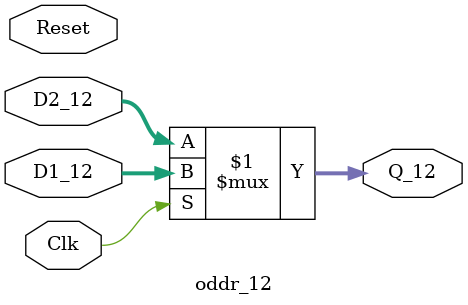
<source format=v>

 `timescale 1 ps / 1 ps
module oddr_12( 
  Clk,                          // Clock input
  Reset,                      // Reset input
  D1_12,                        
  D2_12,                        
  Q_12
  );

input  Clk;
input  Reset;
input [11:0] D1_12;
input [11:0] D2_12;
output [11:0] Q_12;

assign Q_12=Clk?D1_12:D2_12;
/*
ODDR #(
	.DDR_CLK_EDGE("SAME_EDGE"),
	.INIT(1'b0),
	.SRTYPE("SYNC")
) oddr_inst_0 (
	.Q(Q_12[0]),
	.C(Clk),
	.CE(1'b1),
	.D1(D1_12[0]),
	.D2(D2_12[0]),
	.R(Reset),
	.S(1'b0)
);

ODDR #(
	.DDR_CLK_EDGE("SAME_EDGE"),
	.INIT(1'b0),
	.SRTYPE("SYNC")
) oddr_inst_1 (
	.Q(Q_12[1]),
	.C(Clk),
	.CE(1'b1),
	.D1(D1_12[1]),
	.D2(D2_12[1]),
	.R(Reset),
	.S(1'b0)
);

ODDR #(
	.DDR_CLK_EDGE("SAME_EDGE"),
	.INIT(1'b0),
	.SRTYPE("SYNC")
) oddr_inst_2 (
	.Q(Q_12[2]),
	.C(Clk),
	.CE(1'b1),
	.D1(D1_12[2]),
	.D2(D2_12[2]),
	.R(Reset),
	.S(1'b0)
);

ODDR #(
	.DDR_CLK_EDGE("SAME_EDGE"),
	.INIT(1'b0),
	.SRTYPE("SYNC")
) oddr_inst_3 (
	.Q(Q_12[3]),
	.C(Clk),
	.CE(1'b1),
	.D1(D1_12[3]),
	.D2(D2_12[3]),
	.R(Reset),
	.S(1'b0)
);

ODDR #(
	.DDR_CLK_EDGE("SAME_EDGE"),
	.INIT(1'b0),
	.SRTYPE("SYNC")
) oddr_inst_4 (
	.Q(Q_12[4]),
	.C(Clk),
	.CE(1'b1),
	.D1(D1_12[4]),
	.D2(D2_12[4]),
	.R(Reset),
	.S(1'b0)
);

ODDR #(
	.DDR_CLK_EDGE("SAME_EDGE"),
	.INIT(1'b0),
	.SRTYPE("SYNC")
) oddr_inst_5 (
	.Q(Q_12[5]),
	.C(Clk),
	.CE(1'b1),
	.D1(D1_12[5]),
	.D2(D2_12[5]),
	.R(Reset),
	.S(1'b0)
);

ODDR #(
	.DDR_CLK_EDGE("SAME_EDGE"),
	.INIT(1'b0),
	.SRTYPE("SYNC")
) oddr_inst_6 (
	.Q(Q_12[6]),
	.C(Clk),
	.CE(1'b1),
	.D1(D1_12[6]),
	.D2(D2_12[6]),
	.R(Reset),
	.S(1'b0)
);

ODDR #(
	.DDR_CLK_EDGE("SAME_EDGE"),
	.INIT(1'b0),
	.SRTYPE("SYNC")
) oddr_inst_7 (
	.Q(Q_12[7]),
	.C(Clk),
	.CE(1'b1),
	.D1(D1_12[7]),
	.D2(D2_12[7]),
	.R(Reset),
	.S(1'b0)
);

ODDR #(
	.DDR_CLK_EDGE("SAME_EDGE"),
	.INIT(1'b0),
	.SRTYPE("SYNC")
) oddr_inst_8 (
	.Q(Q_12[8]),
	.C(Clk),
	.CE(1'b1),
	.D1(D1_12[8]),
	.D2(D2_12[8]),
	.R(Reset),
	.S(1'b0)
);

ODDR #(
	.DDR_CLK_EDGE("SAME_EDGE"),
	.INIT(1'b0),
	.SRTYPE("SYNC")
) oddr_inst_9 (
	.Q(Q_12[9]),
	.C(Clk),
	.CE(1'b1),
	.D1(D1_12[9]),
	.D2(D2_12[9]),
	.R(Reset),
	.S(1'b0)
);
          
ODDR #(
	.DDR_CLK_EDGE("SAME_EDGE"),
	.INIT(1'b0),
	.SRTYPE("SYNC")
) oddr_inst_10 (
	.Q(Q_12[10]),
	.C(Clk),
	.CE(1'b1),
	.D1(D1_12[10]),
	.D2(D2_12[10]),
	.R(Reset),
	.S(1'b0)
);

ODDR #(
	.DDR_CLK_EDGE("SAME_EDGE"),
	.INIT(1'b0),
	.SRTYPE("SYNC")
) oddr_inst_11 (
	.Q(Q_12[11]),
	.C(Clk),
	.CE(1'b1),
	.D1(D1_12[11]),
	.D2(D2_12[11]),
	.R(Reset),
	.S(1'b0)
);
*/
endmodule

</source>
